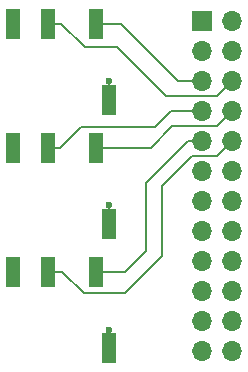
<source format=gbr>
%TF.GenerationSoftware,KiCad,Pcbnew,8.0.3-8.0.3-0~ubuntu23.10.1*%
%TF.CreationDate,2024-08-04T16:00:46-04:00*%
%TF.ProjectId,BandPassFilter,42616e64-5061-4737-9346-696c7465722e,rev?*%
%TF.SameCoordinates,Original*%
%TF.FileFunction,Copper,L1,Top*%
%TF.FilePolarity,Positive*%
%FSLAX46Y46*%
G04 Gerber Fmt 4.6, Leading zero omitted, Abs format (unit mm)*
G04 Created by KiCad (PCBNEW 8.0.3-8.0.3-0~ubuntu23.10.1) date 2024-08-04 16:00:46*
%MOMM*%
%LPD*%
G01*
G04 APERTURE LIST*
%TA.AperFunction,SMDPad,CuDef*%
%ADD10R,1.200000X2.500000*%
%TD*%
%TA.AperFunction,ComponentPad*%
%ADD11R,1.700000X1.700000*%
%TD*%
%TA.AperFunction,ComponentPad*%
%ADD12O,1.700000X1.700000*%
%TD*%
%TA.AperFunction,ViaPad*%
%ADD13C,0.600000*%
%TD*%
%TA.AperFunction,Conductor*%
%ADD14C,0.200000*%
%TD*%
G04 APERTURE END LIST*
D10*
%TO.P,J4,R1*%
%TO.N,/IN2-*%
X129825000Y-147250000D03*
%TO.P,J4,R2*%
%TO.N,unconnected-(J4-PadR2)*%
X126825000Y-147250000D03*
%TO.P,J4,S*%
%TO.N,GND*%
X134925000Y-153750000D03*
%TO.P,J4,T*%
%TO.N,/IN2+*%
X133825000Y-147250000D03*
%TD*%
%TO.P,J2,R1*%
%TO.N,/IN0-*%
X129825000Y-126250000D03*
%TO.P,J2,R2*%
%TO.N,unconnected-(J2-PadR2)*%
X126825000Y-126250000D03*
%TO.P,J2,S*%
%TO.N,GND*%
X134925000Y-132750000D03*
%TO.P,J2,T*%
%TO.N,/IN0+*%
X133825000Y-126250000D03*
%TD*%
%TO.P,J3,T*%
%TO.N,/IN1+*%
X133825000Y-136750000D03*
%TO.P,J3,S*%
%TO.N,GND*%
X134925000Y-143250000D03*
%TO.P,J3,R2*%
%TO.N,unconnected-(J3-PadR2)*%
X126825000Y-136750000D03*
%TO.P,J3,R1*%
%TO.N,/IN1-*%
X129825000Y-136750000D03*
%TD*%
D11*
%TO.P,J1,1,Pin_1*%
%TO.N,/SDA{slash}A4*%
X142850000Y-126025000D03*
D12*
%TO.P,J1,2,Pin_2*%
%TO.N,/SCL{slash}A5*%
X145390000Y-126025000D03*
%TO.P,J1,3,Pin_3*%
%TO.N,GND*%
X142850000Y-128565000D03*
%TO.P,J1,4,Pin_4*%
X145390000Y-128565000D03*
%TO.P,J1,5,Pin_5*%
%TO.N,/IN0+*%
X142850000Y-131105000D03*
%TO.P,J1,6,Pin_6*%
%TO.N,/IN0-*%
X145390000Y-131105000D03*
%TO.P,J1,7,Pin_7*%
%TO.N,/IN1-*%
X142850000Y-133645000D03*
%TO.P,J1,8,Pin_8*%
%TO.N,/IN1+*%
X145390000Y-133645000D03*
%TO.P,J1,9,Pin_9*%
%TO.N,/IN2+*%
X142850000Y-136185000D03*
%TO.P,J1,10,Pin_10*%
%TO.N,/IN2-*%
X145390000Y-136185000D03*
%TO.P,J1,11,Pin_11*%
%TO.N,/IN3-*%
X142850000Y-138725000D03*
%TO.P,J1,12,Pin_12*%
%TO.N,/IN3+*%
X145390000Y-138725000D03*
%TO.P,J1,13,Pin_13*%
%TO.N,/IN4+*%
X142850000Y-141265000D03*
%TO.P,J1,14,Pin_14*%
%TO.N,/IN4-*%
X145390000Y-141265000D03*
%TO.P,J1,15,Pin_15*%
%TO.N,/IN5-*%
X142850000Y-143805000D03*
%TO.P,J1,16,Pin_16*%
%TO.N,/IN5+*%
X145390000Y-143805000D03*
%TO.P,J1,17,Pin_17*%
%TO.N,/IN6+*%
X142850000Y-146345000D03*
%TO.P,J1,18,Pin_18*%
%TO.N,/IN6-*%
X145390000Y-146345000D03*
%TO.P,J1,19,Pin_19*%
%TO.N,/IN7-*%
X142850000Y-148885000D03*
%TO.P,J1,20,Pin_20*%
%TO.N,/IN7+*%
X145390000Y-148885000D03*
%TO.P,J1,21,Pin_21*%
%TO.N,GND*%
X142850000Y-151425000D03*
%TO.P,J1,22,Pin_22*%
X145390000Y-151425000D03*
%TO.P,J1,23,Pin_23*%
%TO.N,/A0*%
X142850000Y-153965000D03*
%TO.P,J1,24,Pin_24*%
%TO.N,VIN*%
X145390000Y-153965000D03*
%TD*%
D13*
%TO.N,GND*%
X134920000Y-152170000D03*
X134920000Y-141610000D03*
X134930000Y-131150000D03*
%TD*%
D14*
%TO.N,GND*%
X134925000Y-153750000D02*
X134925000Y-152175000D01*
X134925000Y-152175000D02*
X134920000Y-152170000D01*
X134925000Y-143250000D02*
X134925000Y-141615000D01*
X134925000Y-141615000D02*
X134920000Y-141610000D01*
X134925000Y-132750000D02*
X134925000Y-131155000D01*
X134925000Y-131155000D02*
X134930000Y-131150000D01*
%TO.N,/IN2-*%
X129825000Y-147250000D02*
X130990000Y-147250000D01*
X141980000Y-137480000D02*
X144095000Y-137480000D01*
X130990000Y-147250000D02*
X132820000Y-149080000D01*
X132820000Y-149080000D02*
X136300000Y-149080000D01*
X136300000Y-149080000D02*
X139430000Y-145950000D01*
X139430000Y-145950000D02*
X139430000Y-140030000D01*
X139430000Y-140030000D02*
X141980000Y-137480000D01*
X144095000Y-137480000D02*
X145390000Y-136185000D01*
%TO.N,/IN2+*%
X133825000Y-147250000D02*
X136330000Y-147250000D01*
X136330000Y-147250000D02*
X138070000Y-145510000D01*
X138070000Y-145510000D02*
X138070000Y-139780000D01*
X138070000Y-139780000D02*
X141665000Y-136185000D01*
X141665000Y-136185000D02*
X142850000Y-136185000D01*
%TO.N,/IN1+*%
X133825000Y-136750000D02*
X138480000Y-136750000D01*
X138480000Y-136750000D02*
X140300000Y-134930000D01*
X140300000Y-134930000D02*
X144105000Y-134930000D01*
X144105000Y-134930000D02*
X145390000Y-133645000D01*
%TO.N,/IN1-*%
X129825000Y-136750000D02*
X130820000Y-136750000D01*
X132550000Y-135020000D02*
X138810000Y-135020000D01*
X130820000Y-136750000D02*
X132550000Y-135020000D01*
X138810000Y-135020000D02*
X140185000Y-133645000D01*
X140185000Y-133645000D02*
X142850000Y-133645000D01*
%TO.N,/IN0-*%
X129825000Y-126250000D02*
X130910000Y-126250000D01*
X130910000Y-126250000D02*
X132890000Y-128230000D01*
X135600000Y-128230000D02*
X139760000Y-132390000D01*
X132890000Y-128230000D02*
X135600000Y-128230000D01*
X139760000Y-132390000D02*
X144105000Y-132390000D01*
X144105000Y-132390000D02*
X145390000Y-131105000D01*
%TO.N,/IN0+*%
X133825000Y-126250000D02*
X135970000Y-126250000D01*
X135970000Y-126250000D02*
X140825000Y-131105000D01*
X140825000Y-131105000D02*
X142850000Y-131105000D01*
%TD*%
M02*

</source>
